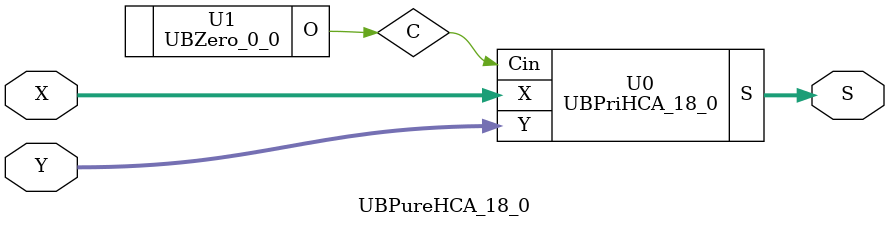
<source format=v>
/*----------------------------------------------------------------------------
  Copyright (c) 2021 Homma laboratory. All rights reserved.

  Top module: UBHCA_18_0_18_0

  Operand-1 length: 19
  Operand-2 length: 19
  Two-operand addition algorithm: Han-Carlson adder
----------------------------------------------------------------------------*/

module GPGenerator(Go, Po, A, B);
  output Go;
  output Po;
  input A;
  input B;
  assign Go = A & B;
  assign Po = A ^ B;
endmodule

module CarryOperator(Go, Po, Gi1, Pi1, Gi2, Pi2);
  output Go;
  output Po;
  input Gi1;
  input Gi2;
  input Pi1;
  input Pi2;
  assign Go = Gi1 | ( Gi2 & Pi1 );
  assign Po = Pi1 & Pi2;
endmodule

module UBPriHCA_18_0(S, X, Y, Cin);
  output [19:0] S;
  input Cin;
  input [18:0] X;
  input [18:0] Y;
  wire [18:0] G0;
  wire [18:0] G1;
  wire [18:0] G2;
  wire [18:0] G3;
  wire [18:0] G4;
  wire [18:0] G5;
  wire [18:0] G6;
  wire [18:0] P0;
  wire [18:0] P1;
  wire [18:0] P2;
  wire [18:0] P3;
  wire [18:0] P4;
  wire [18:0] P5;
  wire [18:0] P6;
  assign P1[0] = P0[0];
  assign G1[0] = G0[0];
  assign P1[2] = P0[2];
  assign G1[2] = G0[2];
  assign P1[4] = P0[4];
  assign G1[4] = G0[4];
  assign P1[6] = P0[6];
  assign G1[6] = G0[6];
  assign P1[8] = P0[8];
  assign G1[8] = G0[8];
  assign P1[10] = P0[10];
  assign G1[10] = G0[10];
  assign P1[12] = P0[12];
  assign G1[12] = G0[12];
  assign P1[14] = P0[14];
  assign G1[14] = G0[14];
  assign P1[16] = P0[16];
  assign G1[16] = G0[16];
  assign P1[18] = P0[18];
  assign G1[18] = G0[18];
  assign P2[0] = P1[0];
  assign G2[0] = G1[0];
  assign P2[1] = P1[1];
  assign G2[1] = G1[1];
  assign P2[2] = P1[2];
  assign G2[2] = G1[2];
  assign P2[4] = P1[4];
  assign G2[4] = G1[4];
  assign P2[6] = P1[6];
  assign G2[6] = G1[6];
  assign P2[8] = P1[8];
  assign G2[8] = G1[8];
  assign P2[10] = P1[10];
  assign G2[10] = G1[10];
  assign P2[12] = P1[12];
  assign G2[12] = G1[12];
  assign P2[14] = P1[14];
  assign G2[14] = G1[14];
  assign P2[16] = P1[16];
  assign G2[16] = G1[16];
  assign P2[18] = P1[18];
  assign G2[18] = G1[18];
  assign P3[0] = P2[0];
  assign G3[0] = G2[0];
  assign P3[1] = P2[1];
  assign G3[1] = G2[1];
  assign P3[2] = P2[2];
  assign G3[2] = G2[2];
  assign P3[3] = P2[3];
  assign G3[3] = G2[3];
  assign P3[4] = P2[4];
  assign G3[4] = G2[4];
  assign P3[6] = P2[6];
  assign G3[6] = G2[6];
  assign P3[8] = P2[8];
  assign G3[8] = G2[8];
  assign P3[10] = P2[10];
  assign G3[10] = G2[10];
  assign P3[12] = P2[12];
  assign G3[12] = G2[12];
  assign P3[14] = P2[14];
  assign G3[14] = G2[14];
  assign P3[16] = P2[16];
  assign G3[16] = G2[16];
  assign P3[18] = P2[18];
  assign G3[18] = G2[18];
  assign P4[0] = P3[0];
  assign G4[0] = G3[0];
  assign P4[1] = P3[1];
  assign G4[1] = G3[1];
  assign P4[2] = P3[2];
  assign G4[2] = G3[2];
  assign P4[3] = P3[3];
  assign G4[3] = G3[3];
  assign P4[4] = P3[4];
  assign G4[4] = G3[4];
  assign P4[5] = P3[5];
  assign G4[5] = G3[5];
  assign P4[6] = P3[6];
  assign G4[6] = G3[6];
  assign P4[7] = P3[7];
  assign G4[7] = G3[7];
  assign P4[8] = P3[8];
  assign G4[8] = G3[8];
  assign P4[10] = P3[10];
  assign G4[10] = G3[10];
  assign P4[12] = P3[12];
  assign G4[12] = G3[12];
  assign P4[14] = P3[14];
  assign G4[14] = G3[14];
  assign P4[16] = P3[16];
  assign G4[16] = G3[16];
  assign P4[18] = P3[18];
  assign G4[18] = G3[18];
  assign P5[0] = P4[0];
  assign G5[0] = G4[0];
  assign P5[1] = P4[1];
  assign G5[1] = G4[1];
  assign P5[2] = P4[2];
  assign G5[2] = G4[2];
  assign P5[3] = P4[3];
  assign G5[3] = G4[3];
  assign P5[4] = P4[4];
  assign G5[4] = G4[4];
  assign P5[5] = P4[5];
  assign G5[5] = G4[5];
  assign P5[6] = P4[6];
  assign G5[6] = G4[6];
  assign P5[7] = P4[7];
  assign G5[7] = G4[7];
  assign P5[8] = P4[8];
  assign G5[8] = G4[8];
  assign P5[9] = P4[9];
  assign G5[9] = G4[9];
  assign P5[10] = P4[10];
  assign G5[10] = G4[10];
  assign P5[11] = P4[11];
  assign G5[11] = G4[11];
  assign P5[12] = P4[12];
  assign G5[12] = G4[12];
  assign P5[13] = P4[13];
  assign G5[13] = G4[13];
  assign P5[14] = P4[14];
  assign G5[14] = G4[14];
  assign P5[15] = P4[15];
  assign G5[15] = G4[15];
  assign P5[16] = P4[16];
  assign G5[16] = G4[16];
  assign P5[18] = P4[18];
  assign G5[18] = G4[18];
  assign P6[0] = P5[0];
  assign G6[0] = G5[0];
  assign P6[1] = P5[1];
  assign G6[1] = G5[1];
  assign P6[3] = P5[3];
  assign G6[3] = G5[3];
  assign P6[5] = P5[5];
  assign G6[5] = G5[5];
  assign P6[7] = P5[7];
  assign G6[7] = G5[7];
  assign P6[9] = P5[9];
  assign G6[9] = G5[9];
  assign P6[11] = P5[11];
  assign G6[11] = G5[11];
  assign P6[13] = P5[13];
  assign G6[13] = G5[13];
  assign P6[15] = P5[15];
  assign G6[15] = G5[15];
  assign P6[17] = P5[17];
  assign G6[17] = G5[17];
  assign S[0] = Cin ^ P0[0];
  assign S[1] = ( G6[0] | ( P6[0] & Cin ) ) ^ P0[1];
  assign S[2] = ( G6[1] | ( P6[1] & Cin ) ) ^ P0[2];
  assign S[3] = ( G6[2] | ( P6[2] & Cin ) ) ^ P0[3];
  assign S[4] = ( G6[3] | ( P6[3] & Cin ) ) ^ P0[4];
  assign S[5] = ( G6[4] | ( P6[4] & Cin ) ) ^ P0[5];
  assign S[6] = ( G6[5] | ( P6[5] & Cin ) ) ^ P0[6];
  assign S[7] = ( G6[6] | ( P6[6] & Cin ) ) ^ P0[7];
  assign S[8] = ( G6[7] | ( P6[7] & Cin ) ) ^ P0[8];
  assign S[9] = ( G6[8] | ( P6[8] & Cin ) ) ^ P0[9];
  assign S[10] = ( G6[9] | ( P6[9] & Cin ) ) ^ P0[10];
  assign S[11] = ( G6[10] | ( P6[10] & Cin ) ) ^ P0[11];
  assign S[12] = ( G6[11] | ( P6[11] & Cin ) ) ^ P0[12];
  assign S[13] = ( G6[12] | ( P6[12] & Cin ) ) ^ P0[13];
  assign S[14] = ( G6[13] | ( P6[13] & Cin ) ) ^ P0[14];
  assign S[15] = ( G6[14] | ( P6[14] & Cin ) ) ^ P0[15];
  assign S[16] = ( G6[15] | ( P6[15] & Cin ) ) ^ P0[16];
  assign S[17] = ( G6[16] | ( P6[16] & Cin ) ) ^ P0[17];
  assign S[18] = ( G6[17] | ( P6[17] & Cin ) ) ^ P0[18];
  assign S[19] = G6[18] | ( P6[18] & Cin );
  GPGenerator U0 (G0[0], P0[0], X[0], Y[0]);
  GPGenerator U1 (G0[1], P0[1], X[1], Y[1]);
  GPGenerator U2 (G0[2], P0[2], X[2], Y[2]);
  GPGenerator U3 (G0[3], P0[3], X[3], Y[3]);
  GPGenerator U4 (G0[4], P0[4], X[4], Y[4]);
  GPGenerator U5 (G0[5], P0[5], X[5], Y[5]);
  GPGenerator U6 (G0[6], P0[6], X[6], Y[6]);
  GPGenerator U7 (G0[7], P0[7], X[7], Y[7]);
  GPGenerator U8 (G0[8], P0[8], X[8], Y[8]);
  GPGenerator U9 (G0[9], P0[9], X[9], Y[9]);
  GPGenerator U10 (G0[10], P0[10], X[10], Y[10]);
  GPGenerator U11 (G0[11], P0[11], X[11], Y[11]);
  GPGenerator U12 (G0[12], P0[12], X[12], Y[12]);
  GPGenerator U13 (G0[13], P0[13], X[13], Y[13]);
  GPGenerator U14 (G0[14], P0[14], X[14], Y[14]);
  GPGenerator U15 (G0[15], P0[15], X[15], Y[15]);
  GPGenerator U16 (G0[16], P0[16], X[16], Y[16]);
  GPGenerator U17 (G0[17], P0[17], X[17], Y[17]);
  GPGenerator U18 (G0[18], P0[18], X[18], Y[18]);
  CarryOperator U19 (G1[1], P1[1], G0[1], P0[1], G0[0], P0[0]);
  CarryOperator U20 (G1[3], P1[3], G0[3], P0[3], G0[2], P0[2]);
  CarryOperator U21 (G1[5], P1[5], G0[5], P0[5], G0[4], P0[4]);
  CarryOperator U22 (G1[7], P1[7], G0[7], P0[7], G0[6], P0[6]);
  CarryOperator U23 (G1[9], P1[9], G0[9], P0[9], G0[8], P0[8]);
  CarryOperator U24 (G1[11], P1[11], G0[11], P0[11], G0[10], P0[10]);
  CarryOperator U25 (G1[13], P1[13], G0[13], P0[13], G0[12], P0[12]);
  CarryOperator U26 (G1[15], P1[15], G0[15], P0[15], G0[14], P0[14]);
  CarryOperator U27 (G1[17], P1[17], G0[17], P0[17], G0[16], P0[16]);
  CarryOperator U28 (G2[3], P2[3], G1[3], P1[3], G1[1], P1[1]);
  CarryOperator U29 (G2[5], P2[5], G1[5], P1[5], G1[3], P1[3]);
  CarryOperator U30 (G2[7], P2[7], G1[7], P1[7], G1[5], P1[5]);
  CarryOperator U31 (G2[9], P2[9], G1[9], P1[9], G1[7], P1[7]);
  CarryOperator U32 (G2[11], P2[11], G1[11], P1[11], G1[9], P1[9]);
  CarryOperator U33 (G2[13], P2[13], G1[13], P1[13], G1[11], P1[11]);
  CarryOperator U34 (G2[15], P2[15], G1[15], P1[15], G1[13], P1[13]);
  CarryOperator U35 (G2[17], P2[17], G1[17], P1[17], G1[15], P1[15]);
  CarryOperator U36 (G3[5], P3[5], G2[5], P2[5], G2[1], P2[1]);
  CarryOperator U37 (G3[7], P3[7], G2[7], P2[7], G2[3], P2[3]);
  CarryOperator U38 (G3[9], P3[9], G2[9], P2[9], G2[5], P2[5]);
  CarryOperator U39 (G3[11], P3[11], G2[11], P2[11], G2[7], P2[7]);
  CarryOperator U40 (G3[13], P3[13], G2[13], P2[13], G2[9], P2[9]);
  CarryOperator U41 (G3[15], P3[15], G2[15], P2[15], G2[11], P2[11]);
  CarryOperator U42 (G3[17], P3[17], G2[17], P2[17], G2[13], P2[13]);
  CarryOperator U43 (G4[9], P4[9], G3[9], P3[9], G3[1], P3[1]);
  CarryOperator U44 (G4[11], P4[11], G3[11], P3[11], G3[3], P3[3]);
  CarryOperator U45 (G4[13], P4[13], G3[13], P3[13], G3[5], P3[5]);
  CarryOperator U46 (G4[15], P4[15], G3[15], P3[15], G3[7], P3[7]);
  CarryOperator U47 (G4[17], P4[17], G3[17], P3[17], G3[9], P3[9]);
  CarryOperator U48 (G5[17], P5[17], G4[17], P4[17], G4[1], P4[1]);
  CarryOperator U49 (G6[2], P6[2], G5[2], P5[2], G5[1], P5[1]);
  CarryOperator U50 (G6[4], P6[4], G5[4], P5[4], G5[3], P5[3]);
  CarryOperator U51 (G6[6], P6[6], G5[6], P5[6], G5[5], P5[5]);
  CarryOperator U52 (G6[8], P6[8], G5[8], P5[8], G5[7], P5[7]);
  CarryOperator U53 (G6[10], P6[10], G5[10], P5[10], G5[9], P5[9]);
  CarryOperator U54 (G6[12], P6[12], G5[12], P5[12], G5[11], P5[11]);
  CarryOperator U55 (G6[14], P6[14], G5[14], P5[14], G5[13], P5[13]);
  CarryOperator U56 (G6[16], P6[16], G5[16], P5[16], G5[15], P5[15]);
  CarryOperator U57 (G6[18], P6[18], G5[18], P5[18], G5[17], P5[17]);
endmodule

module UBZero_0_0(O);
  output [0:0] O;
  assign O[0] = 0;
endmodule

module UBHCA_18_0_18_0 (S, X, Y);
  output [19:0] S;
  input [18:0] X;
  input [18:0] Y;
  UBPureHCA_18_0 U0 (S[19:0], X[18:0], Y[18:0]);
endmodule

module UBPureHCA_18_0 (S, X, Y);
  output [19:0] S;
  input [18:0] X;
  input [18:0] Y;
  wire C;
  UBPriHCA_18_0 U0 (S, X, Y, C);
  UBZero_0_0 U1 (C);
endmodule


</source>
